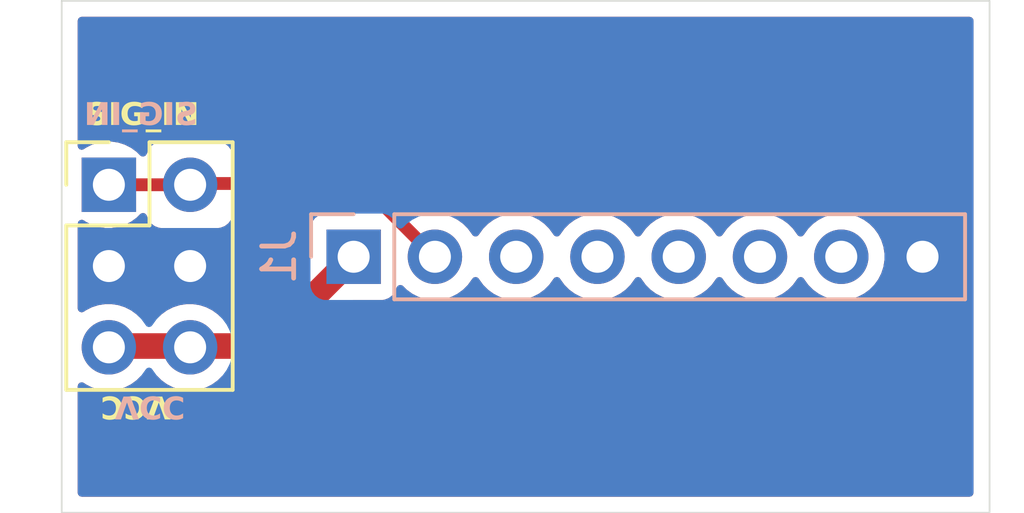
<source format=kicad_pcb>
(kicad_pcb (version 20241229) (generator "pcbnew") (generator_version "9.0")
  (layers (0 "F.Cu" signal) (2 "B.Cu" signal) (13 "F.Paste" user) (15 "B.Paste" user) (5 "F.SilkS" user "F.Silkscreen") (7 "B.SilkS" user "B.Silkscreen") (1 "F.Mask" user) (3 "B.Mask" user) (25 "Edge.Cuts" user))
  (net 0 "")
  (net 1 "GND")
  (net 6 "VCC")
  (net 7 "/A7")
  (footprint "Connector_PinHeader_2.54mm:PinHeader_2x03_P2.54mm_Vertical" (layer "F.Cu") (at 183.225 138.5)
    (property "Reference" "J2")
    (property "Value" "Conn_02x03")
    (fp_line (start -1.33 -1.33) (end 0 -1.33) (stroke (width 0.12)) (layer "F.SilkS"))
    (fp_line (start -1.33 0) (end -1.33 -1.33) (stroke (width 0.12)) (layer "F.SilkS"))
    (fp_line (start -1.33 1.270001) (end -1.33 6.409999) (stroke (width 0.12)) (layer "F.SilkS"))
    (fp_line (start -1.33 1.270001) (end 1.27 1.27) (stroke (width 0.12)) (layer "F.SilkS"))
    (fp_line (start -1.33 6.409999) (end 3.87 6.41) (stroke (width 0.12)) (layer "F.SilkS"))
    (fp_line (start 1.27 1.27) (end 1.270001 -1.33) (stroke (width 0.12)) (layer "F.SilkS"))
    (fp_line (start 1.270001 -1.33) (end 3.87 -1.33) (stroke (width 0.12)) (layer "F.SilkS"))
    (fp_line (start 3.87 -1.33) (end 3.87 6.41) (stroke (width 0.12)) (layer "F.SilkS"))
    (pad "1" thru_hole rect (at 0 0) (size 1.7 1.7) (drill 1) (layers "*.Cu" "*.Mask") (net 7 "/A7"))
    (pad "2" thru_hole oval (at 2.54 0) (size 1.7 1.7) (drill 1) (layers "*.Cu" "*.Mask") (net 7 "/A7"))
    (pad "3" thru_hole oval (at 0 2.54) (size 1.7 1.7) (drill 1) (layers "*.Cu" "*.Mask") (net 1 "GND"))
    (pad "4" thru_hole oval (at 2.54 2.54) (size 1.7 1.7) (drill 1) (layers "*.Cu" "*.Mask") (net 1 "GND"))
    (pad "5" thru_hole oval (at 0 5.079999) (size 1.7 1.7) (drill 1) (layers "*.Cu" "*.Mask") (net 6 "VCC"))
    (pad "6" thru_hole oval (at 2.54 5.08) (size 1.7 1.7) (drill 1) (layers "*.Cu" "*.Mask") (net 6 "VCC"))
  )
  (footprint "Connector_PinHeader_2.54mm:PinHeader_1x08_P2.54mm_Vertical" (layer "B.Cu") (at 190.875 140.75 -90)
    (property "Reference" "J1" (at 0 2.33 90) (layer "B.SilkS") (effects (justify mirror)))
    (property "Value" "Conn_01x08")
    (fp_line (start -1.33 1.33) (end 0 1.33) (stroke (width 0.12)) (layer "B.SilkS"))
    (fp_line (start -1.33 0) (end -1.33 1.33) (stroke (width 0.12)) (layer "B.SilkS"))
    (fp_line (start -1.33 -1.270001) (end 1.33 -1.270001) (stroke (width 0.12)) (layer "B.SilkS"))
    (fp_line (start -1.33 -1.270001) (end -1.33 -19.110001) (stroke (width 0.12)) (layer "B.SilkS"))
    (fp_line (start 1.33 -1.270001) (end 1.33 -19.110001) (stroke (width 0.12)) (layer "B.SilkS"))
    (fp_line (start -1.33 -19.110001) (end 1.33 -19.110001) (stroke (width 0.12)) (layer "B.SilkS"))
    (pad "1" thru_hole rect (at 0 0 270) (size 1.7 1.7) (drill 1) (layers "*.Cu" "*.Mask") (net 6 "VCC"))
    (pad "2" thru_hole oval (at 0 -2.54 270) (size 1.7 1.7) (drill 1) (layers "*.Cu" "*.Mask") (net 7 "/A7"))
    (pad "3" thru_hole oval (at 0 -5.079999 270) (size 1.7 1.7) (drill 1) (layers "*.Cu" "*.Mask"))
    (pad "4" thru_hole oval (at 0 -7.62 270) (size 1.7 1.7) (drill 1) (layers "*.Cu" "*.Mask"))
    (pad "5" thru_hole oval (at 0 -10.16 270) (size 1.7 1.7) (drill 1) (layers "*.Cu" "*.Mask"))
    (pad "6" thru_hole oval (at 0 -12.7 270) (size 1.7 1.7) (drill 1) (layers "*.Cu" "*.Mask"))
    (pad "7" thru_hole oval (at 0 -15.24 270) (size 1.7 1.7) (drill 1) (layers "*.Cu" "*.Mask"))
    (pad "8" thru_hole oval (at 0 -17.780001 270) (size 1.7 1.7) (drill 1) (layers "*.Cu" "*.Mask") (net 1 "GND"))
  )
  (gr_rect (start 181.75 132.75) (end 210.75 148.75) (stroke (width 0.05)) (fill no) (layer "Edge.Cuts"))
  (gr_text "SIG_IN" (at 182.5 136.75 0) (layer "F.SilkS") (effects (font (size 0.7 0.7) (thickness 0.1) (bold yes)) (justify left bottom)))
  (gr_text "VCC" (at 185.162636 145.000001 180) (layer "F.SilkS") (effects (font (size 0.7 0.7) (thickness 0.1) (bold yes)) (justify left bottom)))
  (gr_text "VCC" (at 183.412636 145 180) (layer "B.SilkS") (effects (font (size 0.7 0.7) (thickness 0.1) (bold yes)) (justify left bottom mirror)))
  (gr_text "SIG_IN" (at 185.999998 136.75 0) (layer "B.SilkS") (effects (font (size 0.7 0.7) (thickness 0.1) (bold yes)) (justify left bottom mirror)))
  (segment (start 183.46 143.58) (end 183.5 143.54) (width 0.8) (layer "F.Cu") (net 6))
  (segment (start 183.5 143.54) (end 188.085 143.54) (width 0.8) (layer "F.Cu") (net 6))
  (segment (start 183.21 143.58) (end 183.46 143.58) (width 0.8) (layer "F.Cu") (net 6))
  (segment (start 188.085 143.54) (end 190.875 140.75) (width 0.8) (layer "F.Cu") (net 6))
  (segment (start 186 138.5) (end 186.04 138.46) (width 0.4) (layer "F.Cu") (net 7))
  (segment (start 185.75 138.5) (end 186 138.5) (width 0.4) (layer "F.Cu") (net 7))
  (segment (start 183.21 138.5) (end 185.75 138.5) (width 0.4) (layer "F.Cu") (net 7))
  (segment (start 191.125 138.46) (end 193.415 140.75) (width 0.4) (layer "F.Cu") (net 7))
  (segment (start 186.04 138.46) (end 191.125 138.46) (width 0.4) (layer "F.Cu") (net 7))
  (zone (net 1) (net_name "GND") (layers "F.Cu" "B.Cu") (connect_pads yes (clearance 0.5)) (min_thickness 0.25) (fill yes (thermal_gap 0.5) (thermal_bridge_width 0.5))
    (polygon (pts (xy 210.75 132.75) (xy 210.75 148.75) (xy 181.75 148.75) (xy 181.75 132.75)))
  )
)
</source>
